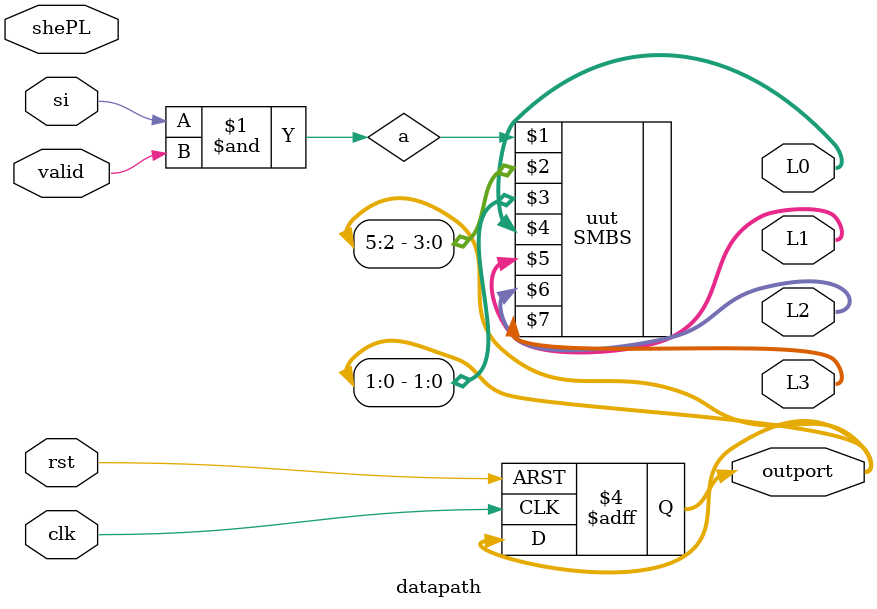
<source format=v>
`timescale 1ns/1ns
module datapath(input si,clk,rst,valid,shePL,output reg[5:0] outport,output[3:0]L0,L1,L2,L3);
wire a;
assign a=si&valid;
always@(posedge clk,posedge rst)begin
  if(rst) outport=3'b0;
   else if(shePL)  outport<={si,outport};
  end
SMBS uut(a,outport[5:2],outport[1:0],L0,L1,L2,L3);
endmodule 
</source>
